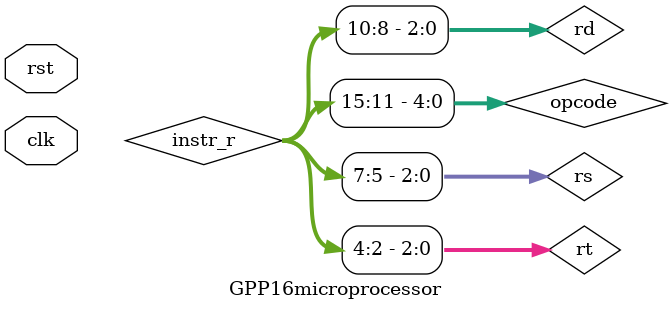
<source format=sv>
module GPP16microprocessor (
    input  logic clk,
    input  logic rst
);

    // ======================
    // PROGRAM COUNTER
    // ======================
    logic [15:0] pc;

    always_ff @(posedge clk or posedge rst) begin
        if (rst)
            pc <= 16'd0;
        else
            pc <= pc + 1;
    end

    // ======================
    // INSTRUCTION MEMORY
    // ======================
    logic [15:0] instr;

    ins_mem imem (
        .addr(pc),
        .instr(instr)
    );

    // ======================
    // INSTRUCTION REGISTER  <<< IMPORTANT
    // ======================
    logic [15:0] instr_r;

    always_ff @(posedge clk or posedge rst) begin
        if (rst)
            instr_r <= 16'd0;
        else
            instr_r <= instr;
    end

    // ======================
    // DECODE (FROM instr_r)
    // ======================
    logic [4:0] opcode;
    logic [2:0] rd, rs, rt;

    assign opcode = instr_r[15:11];
    assign rd     = instr_r[10:8];
    assign rs     = instr_r[7:5];
    assign rt     = instr_r[4:2];

    // ======================
    // REGISTER FILE
    // ======================
    logic [15:0] a, b, wd;
    logic we;

    reg_file rf (
        .RA1(rs),
        .RA2(rt),
        .WA3(rd),
        .WE3(we),
        .clk(clk),
        .rst(rst),
        .WD3(wd),
        .RD1(a),
        .RD2(b)
    );

    // ======================
    // ALU
    // ======================
    logic [15:0] alu_y;
    logic [4:0]  alu_func;

    alu_16 alu (
        .a(a),
        .b(b),
        .func(alu_func),
        .y(alu_y)
    );

    // ======================
    // CONTROL UNIT (OPTION A)
    // ======================
    control_unit cu (
        .opcode(opcode),
        .we3(we),
        .alu_func(alu_func)
    );

    // ======================
    // WRITE-BACK
    // ======================
    assign wd = alu_y;

endmodule


</source>
